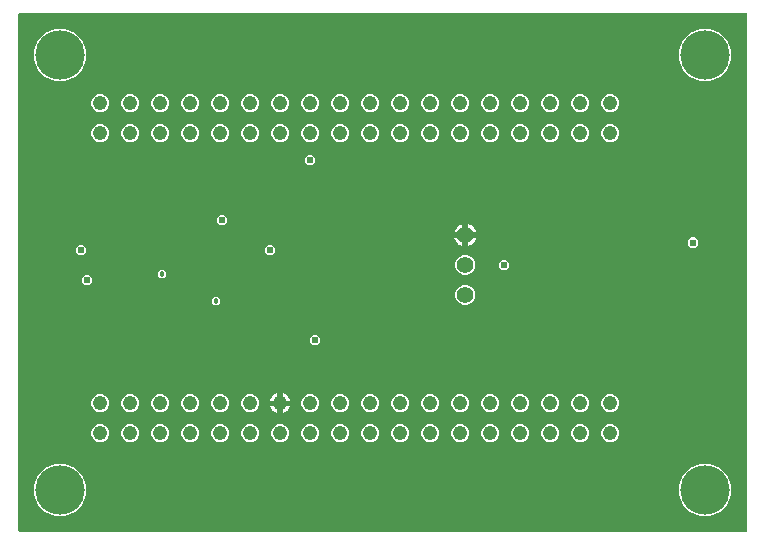
<source format=gbr>
G04 EAGLE Gerber RS-274X export*
G75*
%MOMM*%
%FSLAX34Y34*%
%LPD*%
%INCopper Layer 15*%
%IPPOS*%
%AMOC8*
5,1,8,0,0,1.08239X$1,22.5*%
G01*
%ADD10C,4.191000*%
%ADD11C,1.400000*%
%ADD12C,1.244600*%
%ADD13C,0.609600*%
%ADD14C,0.457200*%
%ADD15C,0.904800*%

G36*
X618608Y2556D02*
X618608Y2556D01*
X618727Y2563D01*
X618765Y2576D01*
X618806Y2581D01*
X618916Y2624D01*
X619029Y2661D01*
X619064Y2683D01*
X619101Y2698D01*
X619197Y2767D01*
X619298Y2831D01*
X619326Y2861D01*
X619359Y2884D01*
X619435Y2976D01*
X619516Y3063D01*
X619536Y3098D01*
X619561Y3129D01*
X619612Y3237D01*
X619670Y3341D01*
X619680Y3381D01*
X619697Y3417D01*
X619719Y3534D01*
X619749Y3649D01*
X619753Y3709D01*
X619757Y3729D01*
X619755Y3750D01*
X619759Y3810D01*
X619759Y440690D01*
X619744Y440808D01*
X619737Y440927D01*
X619724Y440965D01*
X619719Y441006D01*
X619676Y441116D01*
X619639Y441229D01*
X619617Y441264D01*
X619602Y441301D01*
X619533Y441397D01*
X619469Y441498D01*
X619439Y441526D01*
X619416Y441559D01*
X619324Y441635D01*
X619237Y441716D01*
X619202Y441736D01*
X619171Y441761D01*
X619063Y441812D01*
X618959Y441870D01*
X618919Y441880D01*
X618883Y441897D01*
X618766Y441919D01*
X618651Y441949D01*
X618591Y441953D01*
X618571Y441957D01*
X618550Y441955D01*
X618490Y441959D01*
X3810Y441959D01*
X3692Y441944D01*
X3573Y441937D01*
X3535Y441924D01*
X3494Y441919D01*
X3384Y441876D01*
X3271Y441839D01*
X3236Y441817D01*
X3199Y441802D01*
X3103Y441733D01*
X3002Y441669D01*
X2974Y441639D01*
X2941Y441616D01*
X2865Y441524D01*
X2784Y441437D01*
X2764Y441402D01*
X2739Y441371D01*
X2688Y441263D01*
X2630Y441159D01*
X2620Y441119D01*
X2603Y441083D01*
X2581Y440966D01*
X2551Y440851D01*
X2547Y440791D01*
X2543Y440771D01*
X2545Y440750D01*
X2541Y440690D01*
X2541Y3810D01*
X2556Y3692D01*
X2563Y3573D01*
X2576Y3535D01*
X2581Y3494D01*
X2624Y3384D01*
X2661Y3271D01*
X2683Y3236D01*
X2698Y3199D01*
X2767Y3103D01*
X2831Y3002D01*
X2861Y2974D01*
X2884Y2941D01*
X2976Y2865D01*
X3063Y2784D01*
X3098Y2764D01*
X3129Y2739D01*
X3237Y2688D01*
X3341Y2630D01*
X3381Y2620D01*
X3417Y2603D01*
X3534Y2581D01*
X3649Y2551D01*
X3709Y2547D01*
X3729Y2543D01*
X3750Y2545D01*
X3810Y2541D01*
X618490Y2541D01*
X618608Y2556D01*
G37*
%LPC*%
G36*
X579779Y384174D02*
X579779Y384174D01*
X571610Y387558D01*
X565358Y393810D01*
X561974Y401979D01*
X561974Y410821D01*
X565358Y418990D01*
X571610Y425242D01*
X579779Y428626D01*
X588621Y428626D01*
X596790Y425242D01*
X603042Y418990D01*
X606426Y410821D01*
X606426Y401979D01*
X603042Y393810D01*
X596790Y387558D01*
X588621Y384174D01*
X579779Y384174D01*
G37*
%LPD*%
%LPC*%
G36*
X33679Y384174D02*
X33679Y384174D01*
X25510Y387558D01*
X19258Y393810D01*
X15874Y401979D01*
X15874Y410821D01*
X19258Y418990D01*
X25510Y425242D01*
X33679Y428626D01*
X42521Y428626D01*
X50690Y425242D01*
X56942Y418990D01*
X60326Y410821D01*
X60326Y401979D01*
X56942Y393810D01*
X50690Y387558D01*
X42521Y384174D01*
X33679Y384174D01*
G37*
%LPD*%
%LPC*%
G36*
X579779Y15874D02*
X579779Y15874D01*
X571610Y19258D01*
X565358Y25510D01*
X561974Y33679D01*
X561974Y42521D01*
X565358Y50690D01*
X571610Y56942D01*
X579779Y60326D01*
X588621Y60326D01*
X596790Y56942D01*
X603042Y50690D01*
X606426Y42521D01*
X606426Y33679D01*
X603042Y25510D01*
X596790Y19258D01*
X588621Y15874D01*
X579779Y15874D01*
G37*
%LPD*%
%LPC*%
G36*
X33679Y15874D02*
X33679Y15874D01*
X25510Y19258D01*
X19258Y25510D01*
X15874Y33679D01*
X15874Y42521D01*
X19258Y50690D01*
X25510Y56942D01*
X33679Y60326D01*
X42521Y60326D01*
X50690Y56942D01*
X56942Y50690D01*
X60326Y42521D01*
X60326Y33679D01*
X56942Y25510D01*
X50690Y19258D01*
X42521Y15874D01*
X33679Y15874D01*
G37*
%LPD*%
%LPC*%
G36*
X379355Y220329D02*
X379355Y220329D01*
X376315Y221588D01*
X373988Y223915D01*
X372729Y226955D01*
X372729Y230245D01*
X373988Y233285D01*
X376315Y235612D01*
X379355Y236871D01*
X382645Y236871D01*
X385685Y235612D01*
X388012Y233285D01*
X389271Y230245D01*
X389271Y226955D01*
X388012Y223915D01*
X385685Y221588D01*
X382645Y220329D01*
X379355Y220329D01*
G37*
%LPD*%
%LPC*%
G36*
X379355Y194929D02*
X379355Y194929D01*
X376315Y196188D01*
X373988Y198515D01*
X372729Y201555D01*
X372729Y204845D01*
X373988Y207885D01*
X376315Y210212D01*
X379355Y211471D01*
X382645Y211471D01*
X385685Y210212D01*
X388012Y207885D01*
X389271Y204845D01*
X389271Y201555D01*
X388012Y198515D01*
X385685Y196188D01*
X382645Y194929D01*
X379355Y194929D01*
G37*
%LPD*%
%LPC*%
G36*
X95709Y358006D02*
X95709Y358006D01*
X92955Y359147D01*
X90847Y361255D01*
X89706Y364009D01*
X89706Y366991D01*
X90847Y369745D01*
X92955Y371853D01*
X95709Y372994D01*
X98691Y372994D01*
X101445Y371853D01*
X103553Y369745D01*
X104694Y366991D01*
X104694Y364009D01*
X103553Y361255D01*
X101445Y359147D01*
X98691Y358006D01*
X95709Y358006D01*
G37*
%LPD*%
%LPC*%
G36*
X70309Y358006D02*
X70309Y358006D01*
X67555Y359147D01*
X65447Y361255D01*
X64306Y364009D01*
X64306Y366991D01*
X65447Y369745D01*
X67555Y371853D01*
X70309Y372994D01*
X73291Y372994D01*
X76045Y371853D01*
X78153Y369745D01*
X79294Y366991D01*
X79294Y364009D01*
X78153Y361255D01*
X76045Y359147D01*
X73291Y358006D01*
X70309Y358006D01*
G37*
%LPD*%
%LPC*%
G36*
X502109Y358006D02*
X502109Y358006D01*
X499355Y359147D01*
X497247Y361255D01*
X496106Y364009D01*
X496106Y366991D01*
X497247Y369745D01*
X499355Y371853D01*
X502109Y372994D01*
X505091Y372994D01*
X507845Y371853D01*
X509953Y369745D01*
X511094Y366991D01*
X511094Y364009D01*
X509953Y361255D01*
X507845Y359147D01*
X505091Y358006D01*
X502109Y358006D01*
G37*
%LPD*%
%LPC*%
G36*
X476709Y358006D02*
X476709Y358006D01*
X473955Y359147D01*
X471847Y361255D01*
X470706Y364009D01*
X470706Y366991D01*
X471847Y369745D01*
X473955Y371853D01*
X476709Y372994D01*
X479691Y372994D01*
X482445Y371853D01*
X484553Y369745D01*
X485694Y366991D01*
X485694Y364009D01*
X484553Y361255D01*
X482445Y359147D01*
X479691Y358006D01*
X476709Y358006D01*
G37*
%LPD*%
%LPC*%
G36*
X451309Y358006D02*
X451309Y358006D01*
X448555Y359147D01*
X446447Y361255D01*
X445306Y364009D01*
X445306Y366991D01*
X446447Y369745D01*
X448555Y371853D01*
X451309Y372994D01*
X454291Y372994D01*
X457045Y371853D01*
X459153Y369745D01*
X460294Y366991D01*
X460294Y364009D01*
X459153Y361255D01*
X457045Y359147D01*
X454291Y358006D01*
X451309Y358006D01*
G37*
%LPD*%
%LPC*%
G36*
X425909Y358006D02*
X425909Y358006D01*
X423155Y359147D01*
X421047Y361255D01*
X419906Y364009D01*
X419906Y366991D01*
X421047Y369745D01*
X423155Y371853D01*
X425909Y372994D01*
X428891Y372994D01*
X431645Y371853D01*
X433753Y369745D01*
X434894Y366991D01*
X434894Y364009D01*
X433753Y361255D01*
X431645Y359147D01*
X428891Y358006D01*
X425909Y358006D01*
G37*
%LPD*%
%LPC*%
G36*
X400509Y358006D02*
X400509Y358006D01*
X397755Y359147D01*
X395647Y361255D01*
X394506Y364009D01*
X394506Y366991D01*
X395647Y369745D01*
X397755Y371853D01*
X400509Y372994D01*
X403491Y372994D01*
X406245Y371853D01*
X408353Y369745D01*
X409494Y366991D01*
X409494Y364009D01*
X408353Y361255D01*
X406245Y359147D01*
X403491Y358006D01*
X400509Y358006D01*
G37*
%LPD*%
%LPC*%
G36*
X375109Y358006D02*
X375109Y358006D01*
X372355Y359147D01*
X370247Y361255D01*
X369106Y364009D01*
X369106Y366991D01*
X370247Y369745D01*
X372355Y371853D01*
X375109Y372994D01*
X378091Y372994D01*
X380845Y371853D01*
X382953Y369745D01*
X384094Y366991D01*
X384094Y364009D01*
X382953Y361255D01*
X380845Y359147D01*
X378091Y358006D01*
X375109Y358006D01*
G37*
%LPD*%
%LPC*%
G36*
X349709Y358006D02*
X349709Y358006D01*
X346955Y359147D01*
X344847Y361255D01*
X343706Y364009D01*
X343706Y366991D01*
X344847Y369745D01*
X346955Y371853D01*
X349709Y372994D01*
X352691Y372994D01*
X355445Y371853D01*
X357553Y369745D01*
X358694Y366991D01*
X358694Y364009D01*
X357553Y361255D01*
X355445Y359147D01*
X352691Y358006D01*
X349709Y358006D01*
G37*
%LPD*%
%LPC*%
G36*
X324309Y358006D02*
X324309Y358006D01*
X321555Y359147D01*
X319447Y361255D01*
X318306Y364009D01*
X318306Y366991D01*
X319447Y369745D01*
X321555Y371853D01*
X324309Y372994D01*
X327291Y372994D01*
X330045Y371853D01*
X332153Y369745D01*
X333294Y366991D01*
X333294Y364009D01*
X332153Y361255D01*
X330045Y359147D01*
X327291Y358006D01*
X324309Y358006D01*
G37*
%LPD*%
%LPC*%
G36*
X298909Y358006D02*
X298909Y358006D01*
X296155Y359147D01*
X294047Y361255D01*
X292906Y364009D01*
X292906Y366991D01*
X294047Y369745D01*
X296155Y371853D01*
X298909Y372994D01*
X301891Y372994D01*
X304645Y371853D01*
X306753Y369745D01*
X307894Y366991D01*
X307894Y364009D01*
X306753Y361255D01*
X304645Y359147D01*
X301891Y358006D01*
X298909Y358006D01*
G37*
%LPD*%
%LPC*%
G36*
X273509Y358006D02*
X273509Y358006D01*
X270755Y359147D01*
X268647Y361255D01*
X267506Y364009D01*
X267506Y366991D01*
X268647Y369745D01*
X270755Y371853D01*
X273509Y372994D01*
X276491Y372994D01*
X279245Y371853D01*
X281353Y369745D01*
X282494Y366991D01*
X282494Y364009D01*
X281353Y361255D01*
X279245Y359147D01*
X276491Y358006D01*
X273509Y358006D01*
G37*
%LPD*%
%LPC*%
G36*
X248109Y358006D02*
X248109Y358006D01*
X245355Y359147D01*
X243247Y361255D01*
X242106Y364009D01*
X242106Y366991D01*
X243247Y369745D01*
X245355Y371853D01*
X248109Y372994D01*
X251091Y372994D01*
X253845Y371853D01*
X255953Y369745D01*
X257094Y366991D01*
X257094Y364009D01*
X255953Y361255D01*
X253845Y359147D01*
X251091Y358006D01*
X248109Y358006D01*
G37*
%LPD*%
%LPC*%
G36*
X222709Y358006D02*
X222709Y358006D01*
X219955Y359147D01*
X217847Y361255D01*
X216706Y364009D01*
X216706Y366991D01*
X217847Y369745D01*
X219955Y371853D01*
X222709Y372994D01*
X225691Y372994D01*
X228445Y371853D01*
X230553Y369745D01*
X231694Y366991D01*
X231694Y364009D01*
X230553Y361255D01*
X228445Y359147D01*
X225691Y358006D01*
X222709Y358006D01*
G37*
%LPD*%
%LPC*%
G36*
X197309Y358006D02*
X197309Y358006D01*
X194555Y359147D01*
X192447Y361255D01*
X191306Y364009D01*
X191306Y366991D01*
X192447Y369745D01*
X194555Y371853D01*
X197309Y372994D01*
X200291Y372994D01*
X203045Y371853D01*
X205153Y369745D01*
X206294Y366991D01*
X206294Y364009D01*
X205153Y361255D01*
X203045Y359147D01*
X200291Y358006D01*
X197309Y358006D01*
G37*
%LPD*%
%LPC*%
G36*
X171909Y358006D02*
X171909Y358006D01*
X169155Y359147D01*
X167047Y361255D01*
X165906Y364009D01*
X165906Y366991D01*
X167047Y369745D01*
X169155Y371853D01*
X171909Y372994D01*
X174891Y372994D01*
X177645Y371853D01*
X179753Y369745D01*
X180894Y366991D01*
X180894Y364009D01*
X179753Y361255D01*
X177645Y359147D01*
X174891Y358006D01*
X171909Y358006D01*
G37*
%LPD*%
%LPC*%
G36*
X146509Y358006D02*
X146509Y358006D01*
X143755Y359147D01*
X141647Y361255D01*
X140506Y364009D01*
X140506Y366991D01*
X141647Y369745D01*
X143755Y371853D01*
X146509Y372994D01*
X149491Y372994D01*
X152245Y371853D01*
X154353Y369745D01*
X155494Y366991D01*
X155494Y364009D01*
X154353Y361255D01*
X152245Y359147D01*
X149491Y358006D01*
X146509Y358006D01*
G37*
%LPD*%
%LPC*%
G36*
X121109Y358006D02*
X121109Y358006D01*
X118355Y359147D01*
X116247Y361255D01*
X115106Y364009D01*
X115106Y366991D01*
X116247Y369745D01*
X118355Y371853D01*
X121109Y372994D01*
X124091Y372994D01*
X126845Y371853D01*
X128953Y369745D01*
X130094Y366991D01*
X130094Y364009D01*
X128953Y361255D01*
X126845Y359147D01*
X124091Y358006D01*
X121109Y358006D01*
G37*
%LPD*%
%LPC*%
G36*
X95709Y332606D02*
X95709Y332606D01*
X92955Y333747D01*
X90847Y335855D01*
X89706Y338609D01*
X89706Y341591D01*
X90847Y344345D01*
X92955Y346453D01*
X95709Y347594D01*
X98691Y347594D01*
X101445Y346453D01*
X103553Y344345D01*
X104694Y341591D01*
X104694Y338609D01*
X103553Y335855D01*
X101445Y333747D01*
X98691Y332606D01*
X95709Y332606D01*
G37*
%LPD*%
%LPC*%
G36*
X70309Y332606D02*
X70309Y332606D01*
X67555Y333747D01*
X65447Y335855D01*
X64306Y338609D01*
X64306Y341591D01*
X65447Y344345D01*
X67555Y346453D01*
X70309Y347594D01*
X73291Y347594D01*
X76045Y346453D01*
X78153Y344345D01*
X79294Y341591D01*
X79294Y338609D01*
X78153Y335855D01*
X76045Y333747D01*
X73291Y332606D01*
X70309Y332606D01*
G37*
%LPD*%
%LPC*%
G36*
X502109Y332606D02*
X502109Y332606D01*
X499355Y333747D01*
X497247Y335855D01*
X496106Y338609D01*
X496106Y341591D01*
X497247Y344345D01*
X499355Y346453D01*
X502109Y347594D01*
X505091Y347594D01*
X507845Y346453D01*
X509953Y344345D01*
X511094Y341591D01*
X511094Y338609D01*
X509953Y335855D01*
X507845Y333747D01*
X505091Y332606D01*
X502109Y332606D01*
G37*
%LPD*%
%LPC*%
G36*
X476709Y332606D02*
X476709Y332606D01*
X473955Y333747D01*
X471847Y335855D01*
X470706Y338609D01*
X470706Y341591D01*
X471847Y344345D01*
X473955Y346453D01*
X476709Y347594D01*
X479691Y347594D01*
X482445Y346453D01*
X484553Y344345D01*
X485694Y341591D01*
X485694Y338609D01*
X484553Y335855D01*
X482445Y333747D01*
X479691Y332606D01*
X476709Y332606D01*
G37*
%LPD*%
%LPC*%
G36*
X451309Y332606D02*
X451309Y332606D01*
X448555Y333747D01*
X446447Y335855D01*
X445306Y338609D01*
X445306Y341591D01*
X446447Y344345D01*
X448555Y346453D01*
X451309Y347594D01*
X454291Y347594D01*
X457045Y346453D01*
X459153Y344345D01*
X460294Y341591D01*
X460294Y338609D01*
X459153Y335855D01*
X457045Y333747D01*
X454291Y332606D01*
X451309Y332606D01*
G37*
%LPD*%
%LPC*%
G36*
X425909Y332606D02*
X425909Y332606D01*
X423155Y333747D01*
X421047Y335855D01*
X419906Y338609D01*
X419906Y341591D01*
X421047Y344345D01*
X423155Y346453D01*
X425909Y347594D01*
X428891Y347594D01*
X431645Y346453D01*
X433753Y344345D01*
X434894Y341591D01*
X434894Y338609D01*
X433753Y335855D01*
X431645Y333747D01*
X428891Y332606D01*
X425909Y332606D01*
G37*
%LPD*%
%LPC*%
G36*
X400509Y332606D02*
X400509Y332606D01*
X397755Y333747D01*
X395647Y335855D01*
X394506Y338609D01*
X394506Y341591D01*
X395647Y344345D01*
X397755Y346453D01*
X400509Y347594D01*
X403491Y347594D01*
X406245Y346453D01*
X408353Y344345D01*
X409494Y341591D01*
X409494Y338609D01*
X408353Y335855D01*
X406245Y333747D01*
X403491Y332606D01*
X400509Y332606D01*
G37*
%LPD*%
%LPC*%
G36*
X375109Y332606D02*
X375109Y332606D01*
X372355Y333747D01*
X370247Y335855D01*
X369106Y338609D01*
X369106Y341591D01*
X370247Y344345D01*
X372355Y346453D01*
X375109Y347594D01*
X378091Y347594D01*
X380845Y346453D01*
X382953Y344345D01*
X384094Y341591D01*
X384094Y338609D01*
X382953Y335855D01*
X380845Y333747D01*
X378091Y332606D01*
X375109Y332606D01*
G37*
%LPD*%
%LPC*%
G36*
X349709Y332606D02*
X349709Y332606D01*
X346955Y333747D01*
X344847Y335855D01*
X343706Y338609D01*
X343706Y341591D01*
X344847Y344345D01*
X346955Y346453D01*
X349709Y347594D01*
X352691Y347594D01*
X355445Y346453D01*
X357553Y344345D01*
X358694Y341591D01*
X358694Y338609D01*
X357553Y335855D01*
X355445Y333747D01*
X352691Y332606D01*
X349709Y332606D01*
G37*
%LPD*%
%LPC*%
G36*
X324309Y332606D02*
X324309Y332606D01*
X321555Y333747D01*
X319447Y335855D01*
X318306Y338609D01*
X318306Y341591D01*
X319447Y344345D01*
X321555Y346453D01*
X324309Y347594D01*
X327291Y347594D01*
X330045Y346453D01*
X332153Y344345D01*
X333294Y341591D01*
X333294Y338609D01*
X332153Y335855D01*
X330045Y333747D01*
X327291Y332606D01*
X324309Y332606D01*
G37*
%LPD*%
%LPC*%
G36*
X298909Y332606D02*
X298909Y332606D01*
X296155Y333747D01*
X294047Y335855D01*
X292906Y338609D01*
X292906Y341591D01*
X294047Y344345D01*
X296155Y346453D01*
X298909Y347594D01*
X301891Y347594D01*
X304645Y346453D01*
X306753Y344345D01*
X307894Y341591D01*
X307894Y338609D01*
X306753Y335855D01*
X304645Y333747D01*
X301891Y332606D01*
X298909Y332606D01*
G37*
%LPD*%
%LPC*%
G36*
X273509Y332606D02*
X273509Y332606D01*
X270755Y333747D01*
X268647Y335855D01*
X267506Y338609D01*
X267506Y341591D01*
X268647Y344345D01*
X270755Y346453D01*
X273509Y347594D01*
X276491Y347594D01*
X279245Y346453D01*
X281353Y344345D01*
X282494Y341591D01*
X282494Y338609D01*
X281353Y335855D01*
X279245Y333747D01*
X276491Y332606D01*
X273509Y332606D01*
G37*
%LPD*%
%LPC*%
G36*
X248109Y332606D02*
X248109Y332606D01*
X245355Y333747D01*
X243247Y335855D01*
X242106Y338609D01*
X242106Y341591D01*
X243247Y344345D01*
X245355Y346453D01*
X248109Y347594D01*
X251091Y347594D01*
X253845Y346453D01*
X255953Y344345D01*
X257094Y341591D01*
X257094Y338609D01*
X255953Y335855D01*
X253845Y333747D01*
X251091Y332606D01*
X248109Y332606D01*
G37*
%LPD*%
%LPC*%
G36*
X222709Y332606D02*
X222709Y332606D01*
X219955Y333747D01*
X217847Y335855D01*
X216706Y338609D01*
X216706Y341591D01*
X217847Y344345D01*
X219955Y346453D01*
X222709Y347594D01*
X225691Y347594D01*
X228445Y346453D01*
X230553Y344345D01*
X231694Y341591D01*
X231694Y338609D01*
X230553Y335855D01*
X228445Y333747D01*
X225691Y332606D01*
X222709Y332606D01*
G37*
%LPD*%
%LPC*%
G36*
X197309Y332606D02*
X197309Y332606D01*
X194555Y333747D01*
X192447Y335855D01*
X191306Y338609D01*
X191306Y341591D01*
X192447Y344345D01*
X194555Y346453D01*
X197309Y347594D01*
X200291Y347594D01*
X203045Y346453D01*
X205153Y344345D01*
X206294Y341591D01*
X206294Y338609D01*
X205153Y335855D01*
X203045Y333747D01*
X200291Y332606D01*
X197309Y332606D01*
G37*
%LPD*%
%LPC*%
G36*
X146509Y332606D02*
X146509Y332606D01*
X143755Y333747D01*
X141647Y335855D01*
X140506Y338609D01*
X140506Y341591D01*
X141647Y344345D01*
X143755Y346453D01*
X146509Y347594D01*
X149491Y347594D01*
X152245Y346453D01*
X154353Y344345D01*
X155494Y341591D01*
X155494Y338609D01*
X154353Y335855D01*
X152245Y333747D01*
X149491Y332606D01*
X146509Y332606D01*
G37*
%LPD*%
%LPC*%
G36*
X121109Y332606D02*
X121109Y332606D01*
X118355Y333747D01*
X116247Y335855D01*
X115106Y338609D01*
X115106Y341591D01*
X116247Y344345D01*
X118355Y346453D01*
X121109Y347594D01*
X124091Y347594D01*
X126845Y346453D01*
X128953Y344345D01*
X130094Y341591D01*
X130094Y338609D01*
X128953Y335855D01*
X126845Y333747D01*
X124091Y332606D01*
X121109Y332606D01*
G37*
%LPD*%
%LPC*%
G36*
X171909Y78606D02*
X171909Y78606D01*
X169155Y79747D01*
X167047Y81855D01*
X165906Y84609D01*
X165906Y87591D01*
X167047Y90345D01*
X169155Y92453D01*
X171909Y93594D01*
X174891Y93594D01*
X177645Y92453D01*
X179753Y90345D01*
X180894Y87591D01*
X180894Y84609D01*
X179753Y81855D01*
X177645Y79747D01*
X174891Y78606D01*
X171909Y78606D01*
G37*
%LPD*%
%LPC*%
G36*
X146509Y78606D02*
X146509Y78606D01*
X143755Y79747D01*
X141647Y81855D01*
X140506Y84609D01*
X140506Y87591D01*
X141647Y90345D01*
X143755Y92453D01*
X146509Y93594D01*
X149491Y93594D01*
X152245Y92453D01*
X154353Y90345D01*
X155494Y87591D01*
X155494Y84609D01*
X154353Y81855D01*
X152245Y79747D01*
X149491Y78606D01*
X146509Y78606D01*
G37*
%LPD*%
%LPC*%
G36*
X121109Y78606D02*
X121109Y78606D01*
X118355Y79747D01*
X116247Y81855D01*
X115106Y84609D01*
X115106Y87591D01*
X116247Y90345D01*
X118355Y92453D01*
X121109Y93594D01*
X124091Y93594D01*
X126845Y92453D01*
X128953Y90345D01*
X130094Y87591D01*
X130094Y84609D01*
X128953Y81855D01*
X126845Y79747D01*
X124091Y78606D01*
X121109Y78606D01*
G37*
%LPD*%
%LPC*%
G36*
X95709Y78606D02*
X95709Y78606D01*
X92955Y79747D01*
X90847Y81855D01*
X89706Y84609D01*
X89706Y87591D01*
X90847Y90345D01*
X92955Y92453D01*
X95709Y93594D01*
X98691Y93594D01*
X101445Y92453D01*
X103553Y90345D01*
X104694Y87591D01*
X104694Y84609D01*
X103553Y81855D01*
X101445Y79747D01*
X98691Y78606D01*
X95709Y78606D01*
G37*
%LPD*%
%LPC*%
G36*
X70309Y78606D02*
X70309Y78606D01*
X67555Y79747D01*
X65447Y81855D01*
X64306Y84609D01*
X64306Y87591D01*
X65447Y90345D01*
X67555Y92453D01*
X70309Y93594D01*
X73291Y93594D01*
X76045Y92453D01*
X78153Y90345D01*
X79294Y87591D01*
X79294Y84609D01*
X78153Y81855D01*
X76045Y79747D01*
X73291Y78606D01*
X70309Y78606D01*
G37*
%LPD*%
%LPC*%
G36*
X324309Y78606D02*
X324309Y78606D01*
X321555Y79747D01*
X319447Y81855D01*
X318306Y84609D01*
X318306Y87591D01*
X319447Y90345D01*
X321555Y92453D01*
X324309Y93594D01*
X327291Y93594D01*
X330045Y92453D01*
X332153Y90345D01*
X333294Y87591D01*
X333294Y84609D01*
X332153Y81855D01*
X330045Y79747D01*
X327291Y78606D01*
X324309Y78606D01*
G37*
%LPD*%
%LPC*%
G36*
X171909Y332606D02*
X171909Y332606D01*
X169155Y333747D01*
X167047Y335855D01*
X165906Y338609D01*
X165906Y341591D01*
X167047Y344345D01*
X169155Y346453D01*
X171909Y347594D01*
X174891Y347594D01*
X177645Y346453D01*
X179753Y344345D01*
X180894Y341591D01*
X180894Y338609D01*
X179753Y335855D01*
X177645Y333747D01*
X174891Y332606D01*
X171909Y332606D01*
G37*
%LPD*%
%LPC*%
G36*
X476709Y104006D02*
X476709Y104006D01*
X473955Y105147D01*
X471847Y107255D01*
X470706Y110009D01*
X470706Y112991D01*
X471847Y115745D01*
X473955Y117853D01*
X476709Y118994D01*
X479691Y118994D01*
X482445Y117853D01*
X484553Y115745D01*
X485694Y112991D01*
X485694Y110009D01*
X484553Y107255D01*
X482445Y105147D01*
X479691Y104006D01*
X476709Y104006D01*
G37*
%LPD*%
%LPC*%
G36*
X451309Y104006D02*
X451309Y104006D01*
X448555Y105147D01*
X446447Y107255D01*
X445306Y110009D01*
X445306Y112991D01*
X446447Y115745D01*
X448555Y117853D01*
X451309Y118994D01*
X454291Y118994D01*
X457045Y117853D01*
X459153Y115745D01*
X460294Y112991D01*
X460294Y110009D01*
X459153Y107255D01*
X457045Y105147D01*
X454291Y104006D01*
X451309Y104006D01*
G37*
%LPD*%
%LPC*%
G36*
X502109Y104006D02*
X502109Y104006D01*
X499355Y105147D01*
X497247Y107255D01*
X496106Y110009D01*
X496106Y112991D01*
X497247Y115745D01*
X499355Y117853D01*
X502109Y118994D01*
X505091Y118994D01*
X507845Y117853D01*
X509953Y115745D01*
X511094Y112991D01*
X511094Y110009D01*
X509953Y107255D01*
X507845Y105147D01*
X505091Y104006D01*
X502109Y104006D01*
G37*
%LPD*%
%LPC*%
G36*
X95709Y104006D02*
X95709Y104006D01*
X92955Y105147D01*
X90847Y107255D01*
X89706Y110009D01*
X89706Y112991D01*
X90847Y115745D01*
X92955Y117853D01*
X95709Y118994D01*
X98691Y118994D01*
X101445Y117853D01*
X103553Y115745D01*
X104694Y112991D01*
X104694Y110009D01*
X103553Y107255D01*
X101445Y105147D01*
X98691Y104006D01*
X95709Y104006D01*
G37*
%LPD*%
%LPC*%
G36*
X70309Y104006D02*
X70309Y104006D01*
X67555Y105147D01*
X65447Y107255D01*
X64306Y110009D01*
X64306Y112991D01*
X65447Y115745D01*
X67555Y117853D01*
X70309Y118994D01*
X73291Y118994D01*
X76045Y117853D01*
X78153Y115745D01*
X79294Y112991D01*
X79294Y110009D01*
X78153Y107255D01*
X76045Y105147D01*
X73291Y104006D01*
X70309Y104006D01*
G37*
%LPD*%
%LPC*%
G36*
X425909Y104006D02*
X425909Y104006D01*
X423155Y105147D01*
X421047Y107255D01*
X419906Y110009D01*
X419906Y112991D01*
X421047Y115745D01*
X423155Y117853D01*
X425909Y118994D01*
X428891Y118994D01*
X431645Y117853D01*
X433753Y115745D01*
X434894Y112991D01*
X434894Y110009D01*
X433753Y107255D01*
X431645Y105147D01*
X428891Y104006D01*
X425909Y104006D01*
G37*
%LPD*%
%LPC*%
G36*
X400509Y104006D02*
X400509Y104006D01*
X397755Y105147D01*
X395647Y107255D01*
X394506Y110009D01*
X394506Y112991D01*
X395647Y115745D01*
X397755Y117853D01*
X400509Y118994D01*
X403491Y118994D01*
X406245Y117853D01*
X408353Y115745D01*
X409494Y112991D01*
X409494Y110009D01*
X408353Y107255D01*
X406245Y105147D01*
X403491Y104006D01*
X400509Y104006D01*
G37*
%LPD*%
%LPC*%
G36*
X375109Y104006D02*
X375109Y104006D01*
X372355Y105147D01*
X370247Y107255D01*
X369106Y110009D01*
X369106Y112991D01*
X370247Y115745D01*
X372355Y117853D01*
X375109Y118994D01*
X378091Y118994D01*
X380845Y117853D01*
X382953Y115745D01*
X384094Y112991D01*
X384094Y110009D01*
X382953Y107255D01*
X380845Y105147D01*
X378091Y104006D01*
X375109Y104006D01*
G37*
%LPD*%
%LPC*%
G36*
X349709Y104006D02*
X349709Y104006D01*
X346955Y105147D01*
X344847Y107255D01*
X343706Y110009D01*
X343706Y112991D01*
X344847Y115745D01*
X346955Y117853D01*
X349709Y118994D01*
X352691Y118994D01*
X355445Y117853D01*
X357553Y115745D01*
X358694Y112991D01*
X358694Y110009D01*
X357553Y107255D01*
X355445Y105147D01*
X352691Y104006D01*
X349709Y104006D01*
G37*
%LPD*%
%LPC*%
G36*
X324309Y104006D02*
X324309Y104006D01*
X321555Y105147D01*
X319447Y107255D01*
X318306Y110009D01*
X318306Y112991D01*
X319447Y115745D01*
X321555Y117853D01*
X324309Y118994D01*
X327291Y118994D01*
X330045Y117853D01*
X332153Y115745D01*
X333294Y112991D01*
X333294Y110009D01*
X332153Y107255D01*
X330045Y105147D01*
X327291Y104006D01*
X324309Y104006D01*
G37*
%LPD*%
%LPC*%
G36*
X298909Y104006D02*
X298909Y104006D01*
X296155Y105147D01*
X294047Y107255D01*
X292906Y110009D01*
X292906Y112991D01*
X294047Y115745D01*
X296155Y117853D01*
X298909Y118994D01*
X301891Y118994D01*
X304645Y117853D01*
X306753Y115745D01*
X307894Y112991D01*
X307894Y110009D01*
X306753Y107255D01*
X304645Y105147D01*
X301891Y104006D01*
X298909Y104006D01*
G37*
%LPD*%
%LPC*%
G36*
X273509Y104006D02*
X273509Y104006D01*
X270755Y105147D01*
X268647Y107255D01*
X267506Y110009D01*
X267506Y112991D01*
X268647Y115745D01*
X270755Y117853D01*
X273509Y118994D01*
X276491Y118994D01*
X279245Y117853D01*
X281353Y115745D01*
X282494Y112991D01*
X282494Y110009D01*
X281353Y107255D01*
X279245Y105147D01*
X276491Y104006D01*
X273509Y104006D01*
G37*
%LPD*%
%LPC*%
G36*
X248109Y104006D02*
X248109Y104006D01*
X245355Y105147D01*
X243247Y107255D01*
X242106Y110009D01*
X242106Y112991D01*
X243247Y115745D01*
X245355Y117853D01*
X248109Y118994D01*
X251091Y118994D01*
X253845Y117853D01*
X255953Y115745D01*
X257094Y112991D01*
X257094Y110009D01*
X255953Y107255D01*
X253845Y105147D01*
X251091Y104006D01*
X248109Y104006D01*
G37*
%LPD*%
%LPC*%
G36*
X197309Y104006D02*
X197309Y104006D01*
X194555Y105147D01*
X192447Y107255D01*
X191306Y110009D01*
X191306Y112991D01*
X192447Y115745D01*
X194555Y117853D01*
X197309Y118994D01*
X200291Y118994D01*
X203045Y117853D01*
X205153Y115745D01*
X206294Y112991D01*
X206294Y110009D01*
X205153Y107255D01*
X203045Y105147D01*
X200291Y104006D01*
X197309Y104006D01*
G37*
%LPD*%
%LPC*%
G36*
X146509Y104006D02*
X146509Y104006D01*
X143755Y105147D01*
X141647Y107255D01*
X140506Y110009D01*
X140506Y112991D01*
X141647Y115745D01*
X143755Y117853D01*
X146509Y118994D01*
X149491Y118994D01*
X152245Y117853D01*
X154353Y115745D01*
X155494Y112991D01*
X155494Y110009D01*
X154353Y107255D01*
X152245Y105147D01*
X149491Y104006D01*
X146509Y104006D01*
G37*
%LPD*%
%LPC*%
G36*
X121109Y104006D02*
X121109Y104006D01*
X118355Y105147D01*
X116247Y107255D01*
X115106Y110009D01*
X115106Y112991D01*
X116247Y115745D01*
X118355Y117853D01*
X121109Y118994D01*
X124091Y118994D01*
X126845Y117853D01*
X128953Y115745D01*
X130094Y112991D01*
X130094Y110009D01*
X128953Y107255D01*
X126845Y105147D01*
X124091Y104006D01*
X121109Y104006D01*
G37*
%LPD*%
%LPC*%
G36*
X502109Y78606D02*
X502109Y78606D01*
X499355Y79747D01*
X497247Y81855D01*
X496106Y84609D01*
X496106Y87591D01*
X497247Y90345D01*
X499355Y92453D01*
X502109Y93594D01*
X505091Y93594D01*
X507845Y92453D01*
X509953Y90345D01*
X511094Y87591D01*
X511094Y84609D01*
X509953Y81855D01*
X507845Y79747D01*
X505091Y78606D01*
X502109Y78606D01*
G37*
%LPD*%
%LPC*%
G36*
X476709Y78606D02*
X476709Y78606D01*
X473955Y79747D01*
X471847Y81855D01*
X470706Y84609D01*
X470706Y87591D01*
X471847Y90345D01*
X473955Y92453D01*
X476709Y93594D01*
X479691Y93594D01*
X482445Y92453D01*
X484553Y90345D01*
X485694Y87591D01*
X485694Y84609D01*
X484553Y81855D01*
X482445Y79747D01*
X479691Y78606D01*
X476709Y78606D01*
G37*
%LPD*%
%LPC*%
G36*
X451309Y78606D02*
X451309Y78606D01*
X448555Y79747D01*
X446447Y81855D01*
X445306Y84609D01*
X445306Y87591D01*
X446447Y90345D01*
X448555Y92453D01*
X451309Y93594D01*
X454291Y93594D01*
X457045Y92453D01*
X459153Y90345D01*
X460294Y87591D01*
X460294Y84609D01*
X459153Y81855D01*
X457045Y79747D01*
X454291Y78606D01*
X451309Y78606D01*
G37*
%LPD*%
%LPC*%
G36*
X425909Y78606D02*
X425909Y78606D01*
X423155Y79747D01*
X421047Y81855D01*
X419906Y84609D01*
X419906Y87591D01*
X421047Y90345D01*
X423155Y92453D01*
X425909Y93594D01*
X428891Y93594D01*
X431645Y92453D01*
X433753Y90345D01*
X434894Y87591D01*
X434894Y84609D01*
X433753Y81855D01*
X431645Y79747D01*
X428891Y78606D01*
X425909Y78606D01*
G37*
%LPD*%
%LPC*%
G36*
X400509Y78606D02*
X400509Y78606D01*
X397755Y79747D01*
X395647Y81855D01*
X394506Y84609D01*
X394506Y87591D01*
X395647Y90345D01*
X397755Y92453D01*
X400509Y93594D01*
X403491Y93594D01*
X406245Y92453D01*
X408353Y90345D01*
X409494Y87591D01*
X409494Y84609D01*
X408353Y81855D01*
X406245Y79747D01*
X403491Y78606D01*
X400509Y78606D01*
G37*
%LPD*%
%LPC*%
G36*
X375109Y78606D02*
X375109Y78606D01*
X372355Y79747D01*
X370247Y81855D01*
X369106Y84609D01*
X369106Y87591D01*
X370247Y90345D01*
X372355Y92453D01*
X375109Y93594D01*
X378091Y93594D01*
X380845Y92453D01*
X382953Y90345D01*
X384094Y87591D01*
X384094Y84609D01*
X382953Y81855D01*
X380845Y79747D01*
X378091Y78606D01*
X375109Y78606D01*
G37*
%LPD*%
%LPC*%
G36*
X349709Y78606D02*
X349709Y78606D01*
X346955Y79747D01*
X344847Y81855D01*
X343706Y84609D01*
X343706Y87591D01*
X344847Y90345D01*
X346955Y92453D01*
X349709Y93594D01*
X352691Y93594D01*
X355445Y92453D01*
X357553Y90345D01*
X358694Y87591D01*
X358694Y84609D01*
X357553Y81855D01*
X355445Y79747D01*
X352691Y78606D01*
X349709Y78606D01*
G37*
%LPD*%
%LPC*%
G36*
X171909Y104006D02*
X171909Y104006D01*
X169155Y105147D01*
X167047Y107255D01*
X165906Y110009D01*
X165906Y112991D01*
X167047Y115745D01*
X169155Y117853D01*
X171909Y118994D01*
X174891Y118994D01*
X177645Y117853D01*
X179753Y115745D01*
X180894Y112991D01*
X180894Y110009D01*
X179753Y107255D01*
X177645Y105147D01*
X174891Y104006D01*
X171909Y104006D01*
G37*
%LPD*%
%LPC*%
G36*
X298909Y78606D02*
X298909Y78606D01*
X296155Y79747D01*
X294047Y81855D01*
X292906Y84609D01*
X292906Y87591D01*
X294047Y90345D01*
X296155Y92453D01*
X298909Y93594D01*
X301891Y93594D01*
X304645Y92453D01*
X306753Y90345D01*
X307894Y87591D01*
X307894Y84609D01*
X306753Y81855D01*
X304645Y79747D01*
X301891Y78606D01*
X298909Y78606D01*
G37*
%LPD*%
%LPC*%
G36*
X273509Y78606D02*
X273509Y78606D01*
X270755Y79747D01*
X268647Y81855D01*
X267506Y84609D01*
X267506Y87591D01*
X268647Y90345D01*
X270755Y92453D01*
X273509Y93594D01*
X276491Y93594D01*
X279245Y92453D01*
X281353Y90345D01*
X282494Y87591D01*
X282494Y84609D01*
X281353Y81855D01*
X279245Y79747D01*
X276491Y78606D01*
X273509Y78606D01*
G37*
%LPD*%
%LPC*%
G36*
X248109Y78606D02*
X248109Y78606D01*
X245355Y79747D01*
X243247Y81855D01*
X242106Y84609D01*
X242106Y87591D01*
X243247Y90345D01*
X245355Y92453D01*
X248109Y93594D01*
X251091Y93594D01*
X253845Y92453D01*
X255953Y90345D01*
X257094Y87591D01*
X257094Y84609D01*
X255953Y81855D01*
X253845Y79747D01*
X251091Y78606D01*
X248109Y78606D01*
G37*
%LPD*%
%LPC*%
G36*
X222709Y78606D02*
X222709Y78606D01*
X219955Y79747D01*
X217847Y81855D01*
X216706Y84609D01*
X216706Y87591D01*
X217847Y90345D01*
X219955Y92453D01*
X222709Y93594D01*
X225691Y93594D01*
X228445Y92453D01*
X230553Y90345D01*
X231694Y87591D01*
X231694Y84609D01*
X230553Y81855D01*
X228445Y79747D01*
X225691Y78606D01*
X222709Y78606D01*
G37*
%LPD*%
%LPC*%
G36*
X197309Y78606D02*
X197309Y78606D01*
X194555Y79747D01*
X192447Y81855D01*
X191306Y84609D01*
X191306Y87591D01*
X192447Y90345D01*
X194555Y92453D01*
X197309Y93594D01*
X200291Y93594D01*
X203045Y92453D01*
X205153Y90345D01*
X206294Y87591D01*
X206294Y84609D01*
X205153Y81855D01*
X203045Y79747D01*
X200291Y78606D01*
X197309Y78606D01*
G37*
%LPD*%
%LPC*%
G36*
X247811Y313181D02*
X247811Y313181D01*
X245281Y315711D01*
X245281Y319289D01*
X247811Y321819D01*
X251389Y321819D01*
X253919Y319289D01*
X253919Y315711D01*
X251389Y313181D01*
X247811Y313181D01*
G37*
%LPD*%
%LPC*%
G36*
X173471Y262381D02*
X173471Y262381D01*
X170941Y264911D01*
X170941Y268489D01*
X173471Y271019D01*
X177049Y271019D01*
X179579Y268489D01*
X179579Y264911D01*
X177049Y262381D01*
X173471Y262381D01*
G37*
%LPD*%
%LPC*%
G36*
X572251Y243331D02*
X572251Y243331D01*
X569721Y245861D01*
X569721Y249439D01*
X572251Y251969D01*
X575829Y251969D01*
X578359Y249439D01*
X578359Y245861D01*
X575829Y243331D01*
X572251Y243331D01*
G37*
%LPD*%
%LPC*%
G36*
X412231Y224281D02*
X412231Y224281D01*
X409701Y226811D01*
X409701Y230389D01*
X412231Y232919D01*
X415809Y232919D01*
X418339Y230389D01*
X418339Y226811D01*
X415809Y224281D01*
X412231Y224281D01*
G37*
%LPD*%
%LPC*%
G36*
X59171Y211581D02*
X59171Y211581D01*
X56641Y214111D01*
X56641Y217689D01*
X59171Y220219D01*
X62749Y220219D01*
X65279Y217689D01*
X65279Y214111D01*
X62749Y211581D01*
X59171Y211581D01*
G37*
%LPD*%
%LPC*%
G36*
X54091Y236981D02*
X54091Y236981D01*
X51561Y239511D01*
X51561Y243089D01*
X54091Y245619D01*
X57669Y245619D01*
X60199Y243089D01*
X60199Y239511D01*
X57669Y236981D01*
X54091Y236981D01*
G37*
%LPD*%
%LPC*%
G36*
X252211Y160781D02*
X252211Y160781D01*
X249681Y163311D01*
X249681Y166889D01*
X252211Y169419D01*
X255789Y169419D01*
X258319Y166889D01*
X258319Y163311D01*
X255789Y160781D01*
X252211Y160781D01*
G37*
%LPD*%
%LPC*%
G36*
X214111Y236981D02*
X214111Y236981D01*
X211581Y239511D01*
X211581Y243089D01*
X214111Y245619D01*
X217689Y245619D01*
X220219Y243089D01*
X220219Y239511D01*
X217689Y236981D01*
X214111Y236981D01*
G37*
%LPD*%
%LPC*%
G36*
X122987Y217423D02*
X122987Y217423D01*
X120903Y219507D01*
X120903Y222453D01*
X122987Y224537D01*
X125933Y224537D01*
X128017Y222453D01*
X128017Y219507D01*
X125933Y217423D01*
X122987Y217423D01*
G37*
%LPD*%
%LPC*%
G36*
X168707Y194563D02*
X168707Y194563D01*
X166623Y196647D01*
X166623Y199593D01*
X168707Y201677D01*
X171653Y201677D01*
X173737Y199593D01*
X173737Y196647D01*
X171653Y194563D01*
X168707Y194563D01*
G37*
%LPD*%
%LPC*%
G36*
X383499Y256499D02*
X383499Y256499D01*
X383499Y263220D01*
X384662Y262842D01*
X386001Y262160D01*
X387215Y261277D01*
X388277Y260215D01*
X389160Y259001D01*
X389842Y257662D01*
X390220Y256499D01*
X383499Y256499D01*
G37*
%LPD*%
%LPC*%
G36*
X371780Y256499D02*
X371780Y256499D01*
X372158Y257662D01*
X372840Y259001D01*
X373723Y260215D01*
X374785Y261277D01*
X375999Y262160D01*
X377338Y262842D01*
X378501Y263220D01*
X378501Y256499D01*
X371780Y256499D01*
G37*
%LPD*%
%LPC*%
G36*
X383499Y251501D02*
X383499Y251501D01*
X390220Y251501D01*
X389842Y250338D01*
X389160Y248999D01*
X388277Y247785D01*
X387215Y246723D01*
X386001Y245840D01*
X384662Y245158D01*
X383499Y244780D01*
X383499Y251501D01*
G37*
%LPD*%
%LPC*%
G36*
X377338Y245158D02*
X377338Y245158D01*
X375999Y245840D01*
X374785Y246723D01*
X373723Y247785D01*
X372840Y248999D01*
X372158Y250338D01*
X371780Y251501D01*
X378501Y251501D01*
X378501Y244780D01*
X377338Y245158D01*
G37*
%LPD*%
%LPC*%
G36*
X226422Y113722D02*
X226422Y113722D01*
X226422Y119993D01*
X226756Y119927D01*
X228351Y119266D01*
X229787Y118307D01*
X231007Y117087D01*
X231966Y115651D01*
X232627Y114056D01*
X232693Y113722D01*
X226422Y113722D01*
G37*
%LPD*%
%LPC*%
G36*
X226422Y109278D02*
X226422Y109278D01*
X232693Y109278D01*
X232627Y108944D01*
X231966Y107349D01*
X231007Y105913D01*
X229787Y104693D01*
X228351Y103734D01*
X226756Y103073D01*
X226422Y103007D01*
X226422Y109278D01*
G37*
%LPD*%
%LPC*%
G36*
X215707Y113722D02*
X215707Y113722D01*
X215773Y114056D01*
X216434Y115651D01*
X217393Y117087D01*
X218613Y118307D01*
X220049Y119266D01*
X221644Y119927D01*
X221978Y119993D01*
X221978Y113722D01*
X215707Y113722D01*
G37*
%LPD*%
%LPC*%
G36*
X221644Y103073D02*
X221644Y103073D01*
X220049Y103734D01*
X218613Y104693D01*
X217393Y105913D01*
X216434Y107349D01*
X215773Y108944D01*
X215707Y109278D01*
X221978Y109278D01*
X221978Y103007D01*
X221644Y103073D01*
G37*
%LPD*%
D10*
X38100Y406400D03*
X38100Y38100D03*
X584200Y38100D03*
X584200Y406400D03*
D11*
X381000Y228600D03*
X381000Y254000D03*
X381000Y203200D03*
D12*
X71800Y86100D03*
X71800Y111500D03*
X97200Y86100D03*
X97200Y111500D03*
X122600Y86100D03*
X122600Y111500D03*
X148000Y86100D03*
X148000Y111500D03*
X173400Y86100D03*
X173400Y111500D03*
X198800Y86100D03*
X198800Y111500D03*
X224200Y86100D03*
X224200Y111500D03*
X249600Y86100D03*
X249600Y111500D03*
X275000Y86100D03*
X275000Y111500D03*
X300400Y86100D03*
X300400Y111500D03*
X325800Y86100D03*
X325800Y111500D03*
X351200Y86100D03*
X351200Y111500D03*
X376600Y86100D03*
X376600Y111500D03*
X402000Y86100D03*
X402000Y111500D03*
X427400Y86100D03*
X427400Y111500D03*
X452800Y86100D03*
X452800Y111500D03*
X478200Y86100D03*
X478200Y111500D03*
X503600Y86100D03*
X503600Y111500D03*
X71800Y340100D03*
X71800Y365500D03*
X97200Y340100D03*
X97200Y365500D03*
X122600Y340100D03*
X122600Y365500D03*
X148000Y340100D03*
X148000Y365500D03*
X173400Y340100D03*
X173400Y365500D03*
X198800Y340100D03*
X198800Y365500D03*
X224200Y340100D03*
X224200Y365500D03*
X249600Y340100D03*
X249600Y365500D03*
X275000Y340100D03*
X275000Y365500D03*
X300400Y340100D03*
X300400Y365500D03*
X325800Y340100D03*
X325800Y365500D03*
X351200Y340100D03*
X351200Y365500D03*
X376600Y340100D03*
X376600Y365500D03*
X402000Y340100D03*
X402000Y365500D03*
X427400Y340100D03*
X427400Y365500D03*
X452800Y340100D03*
X452800Y365500D03*
X478200Y340100D03*
X478200Y365500D03*
X503600Y340100D03*
X503600Y365500D03*
D13*
X411480Y254000D03*
X292100Y208280D03*
X284480Y259080D03*
D14*
X139700Y195580D03*
D15*
X228600Y165100D03*
D13*
X574040Y247650D03*
X414020Y228600D03*
X249600Y317500D03*
X55880Y241300D03*
X60960Y215900D03*
D14*
X124460Y220980D03*
D13*
X175260Y266700D03*
X254000Y165100D03*
D14*
X170180Y198120D03*
D13*
X215900Y241300D03*
M02*

</source>
